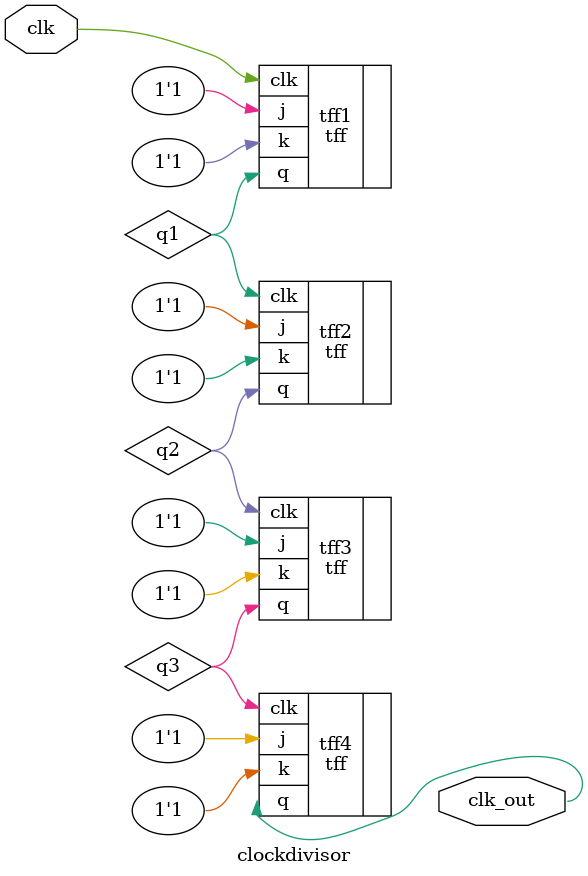
<source format=v>
module clockdivisor (
  input clk,
  output clk_out
);

	wire q1, q2, q3;

  // Instância dos flip-flops tipo T
  tff tff1 (
    .clk(clk),
    .j(1'b1),
	 .k(1'b1),
    .q(q1)
  );
  
  tff tff2 (
    .clk(q1),
    .j(1'b1),
	 .k(1'b1),
    .q(q2)
  );
  
  tff tff3 (
    .clk(q2),
    .j(1'b1),
	 .k(1'b1),
    .q(q3)
  );
  
  tff tff4 (
    .clk(q3),
    .j(1'b1),
	 .k(1'b1),
    .q(clk_out)
  );

  // Saída do divisor de clock (invertida após 16 clocks)

endmodule

</source>
